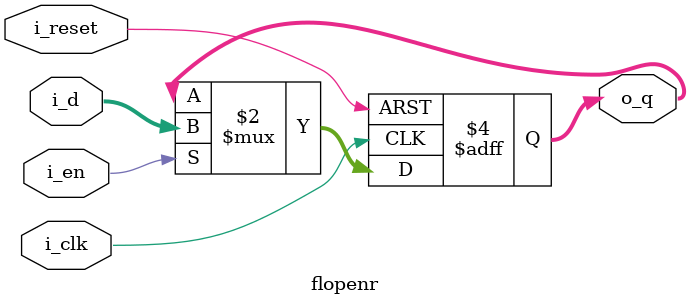
<source format=sv>
/*
 * Project name   :
 * File name      : 4_19p196.sv
 * Created date   : Th06 23 2019
 * Author         : Van-Nam DINH 
 * Last modified  : Th06 23 2019 12:28
 * Desc           :
 */

// example 4.19 RESETTABLE ENABLED REGISTER

module flopenr(
    input   logic       i_clk,
    input   logic       i_reset,
    input   logic       i_en,
    input   logic[3:0]  i_d,
    output  logic[3:0]  o_q);

    //asynchronous reset
    always_ff @(posedge i_clk, posedge i_reset)
        if(i_reset) o_q <= 4'b0;
        else if(i_en)   o_q <= i_d;
endmodule

</source>
